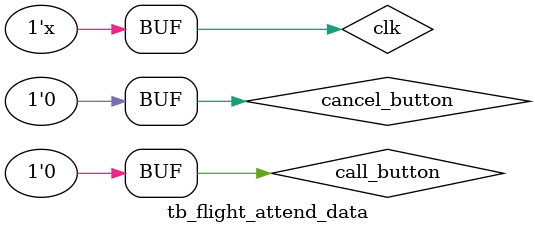
<source format=v>
`timescale 1ns / 1ps

module tb_flight_attend_data;

reg clk;
reg call_button;
reg cancel_button;

wire light_state;

flight_attend_data data_ul(
.clk(clk),
.call_button(call_button),
.cancel_button(cancel_button),
.light_state(light_state)
);

initial
begin

clk = 0;
call_button = 0;
cancel_button = 0;

#10;
call_button = 1;
cancel_button = 0;

#10;
call_button = 0;
cancel_button = 1;

#10;
call_button = 1;
cancel_button = 1;

#10;
call_button = 0;
cancel_button = 0;

#10;
call_button = 1;
cancel_button = 0;

#10;
cancel_button = 1;

#20;
cancel_button = 0;

#20;
call_button = 0;
cancel_button = 1;

#20;
call_button = 0;
cancel_button = 0;

end

always
#5 clk = ~clk;

endmodule

</source>
